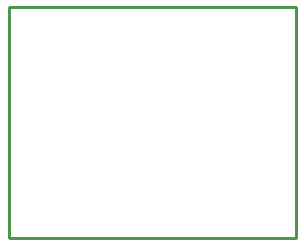
<source format=gbr>
G04 EAGLE Gerber RS-274X export*
G75*
%MOMM*%
%FSLAX34Y34*%
%LPD*%
%IN*%
%IPPOS*%
%AMOC8*
5,1,8,0,0,1.08239X$1,22.5*%
G01*
%ADD10C,0.254000*%


D10*
X0Y0D02*
X243080Y0D01*
X243080Y195480D01*
X0Y195480D01*
X0Y0D01*
M02*

</source>
